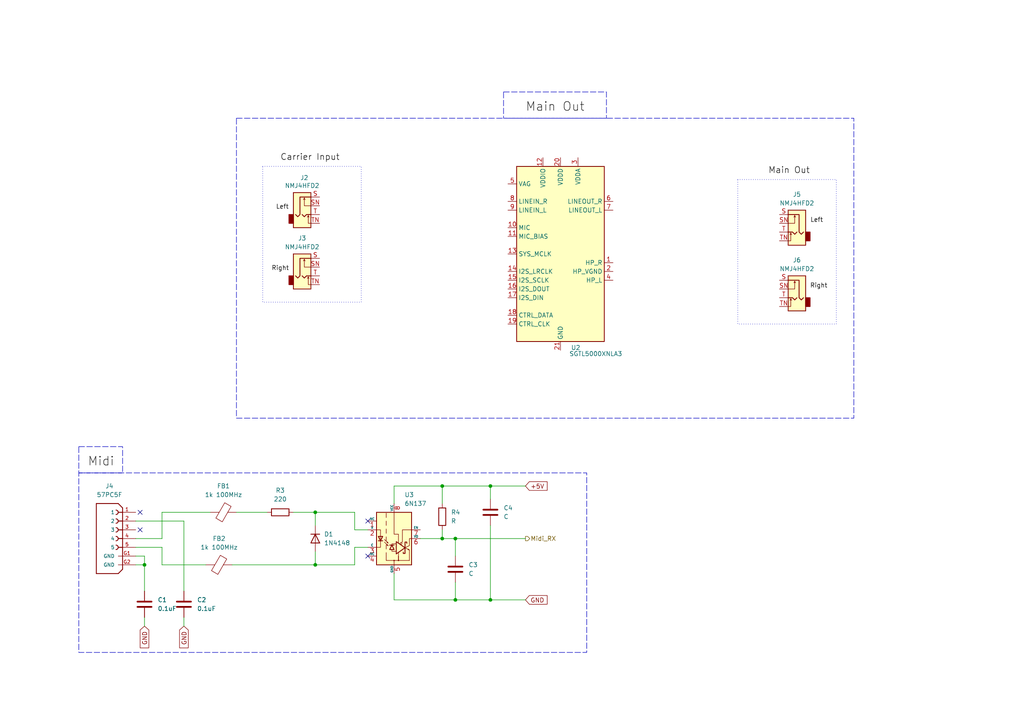
<source format=kicad_sch>
(kicad_sch (version 20250114) (generator "eeschema") (generator_version "9.0")
  (paper "A4")
  (title_block (date "2025-04-03") (rev "0.1") (company "Sounds Like Tim"))
  (lib_symbols
    (symbol "Audio:SGTL5000XNLA3"
      (property "Reference" "U" (at 0 0 0))
      (property "Value" "SGTL5000XNLA3" (at -5.08 -27.94 0))
      (symbol "SGTL5000XNLA3_0_1"
        (rectangle (start -12.7 25.4) (end 12.7 -25.4) (stroke (width 0.254)) (fill (type background)))
      )
      (symbol "SGTL5000XNLA3_1_1"
        (pin passive line (at -15.24 20.32 0) (length 2.54) (name "VAG") (number "5"))
        (pin input line (at -15.24 15.24 0) (length 2.54) (name "LINEIN_R") (number "8"))
        (pin input line (at -15.24 12.7 0) (length 2.54) (name "LINEIN_L") (number "9"))
        (pin input line (at -15.24 7.62 0) (length 2.54) (name "MIC") (number "10"))
        (pin input line (at -15.24 5.08 0) (length 2.54) (name "MIC_BIAS") (number "11"))
        (pin input line (at -15.24 0 0) (length 2.54) (name "SYS_MCLK") (number "13"))
        (pin input line (at -15.24 -5.08 0) (length 2.54) (name "I2S_LRCLK") (number "14"))
        (pin input line (at -15.24 -7.62 0) (length 2.54) (name "I2S_SCLK") (number "15"))
        (pin output line (at -15.24 -10.16 0) (length 2.54) (name "I2S_DOUT") (number "16"))
        (pin input line (at -15.24 -12.7 0) (length 2.54) (name "I2S_DIN") (number "17"))
        (pin input line (at -15.24 -17.78 0) (length 2.54) (name "CTRL_DATA") (number "18"))
        (pin input line (at -15.24 -20.32 0) (length 2.54) (name "CTRL_CLK") (number "19"))
        (pin power_in line (at -5.08 27.94 270) (length 2.54) (name "VDDIO") (number "12"))
        (pin power_in line (at 0 27.94 270) (length 2.54) (name "VDDD") (number "20"))
        (pin power_in line (at 0 -27.94 90) (length 2.54) (name "GND") (number "21"))
        (pin power_in line (at 5.08 27.94 270) (length 2.54) (name "VDDA") (number "3"))
        (pin output line (at 15.24 15.24 180) (length 2.54) (name "LINEOUT_R") (number "6"))
        (pin output line (at 15.24 12.7 180) (length 2.54) (name "LINEOUT_L") (number "7"))
        (pin output line (at 15.24 -2.54 180) (length 2.54) (name "HP_R") (number "1"))
        (pin power_out line (at 15.24 -5.08 180) (length 2.54) (name "HP_VGND") (number "2"))
        (pin output line (at 15.24 -7.62 180) (length 2.54) (name "HP_L") (number "4"))
      )
    )
    (symbol "Connector_Audio:NMJ4HFD2"
      (property "Reference" "J" (at 0 11.43 0))
      (property "Value" "NMJ4HFD2" (at 0 8.89 0))
      (symbol "NMJ4HFD2_0_1"
        (rectangle (start -2.54 0) (end -3.81 -2.54) (stroke (width 0.254)) (fill (type outline)))
        (rectangle (start 2.54 6.35) (end -2.54 -3.81) (stroke (width 0.254)) (fill (type background)))
      )
      (symbol "NMJ4HFD2_1_1"
        (polyline (pts (xy 0 0) (xy 0.635 -0.635) (xy 1.27 0) (xy 2.54 0)) (stroke (width 0.254)))
        (polyline (pts (xy 0.635 4.826) (xy 0.889 4.318)))
        (polyline (pts (xy 1.778 -0.254) (xy 2.032 -0.762)))
        (polyline (pts (xy 2.54 5.08) (xy -0.635 5.08) (xy -0.635 0) (xy -1.27 -0.635) (xy -1.905 0)) (stroke (width 0.254)))
        (polyline (pts (xy 2.54 2.54) (xy 0.635 2.54) (xy 0.635 4.826) (xy 0.381 4.318)))
        (polyline (pts (xy 2.54 -2.54) (xy 1.778 -2.54) (xy 1.778 -0.254) (xy 1.524 -0.762)))
        (pin passive line (at 5.08 5.08 180) (length 2.54) (name "~") (number "S"))
        (pin passive line (at 5.08 2.54 180) (length 2.54) (name "~") (number "SN"))
        (pin passive line (at 5.08 0 180) (length 2.54) (name "~") (number "T"))
        (pin passive line (at 5.08 -2.54 180) (length 2.54) (name "~") (number "TN"))
      )
    )
    (symbol "Device:C" (pin_numbers (hide yes)) (pin_names (offset 0.254))
      (property "Reference" "C" (at 0.635 2.54 0))
      (property "Value" "C" (at 0.635 -2.54 0))
      (symbol "C_0_1"
        (polyline (pts (xy -2.032 0.762) (xy 2.032 0.762)) (stroke (width 0.508)))
        (polyline (pts (xy -2.032 -0.762) (xy 2.032 -0.762)) (stroke (width 0.508)))
      )
      (symbol "C_1_1"
        (pin passive line (at 0 3.81 270) (length 2.794) (name "~") (number "1"))
        (pin passive line (at 0 -3.81 90) (length 2.794) (name "~") (number "2"))
      )
    )
    (symbol "Device:FerriteBead" (pin_numbers (hide yes)) (pin_names (offset 0))
      (property "Reference" "FB" (at -3.81 0.635 90))
      (property "Value" "FerriteBead" (at 3.81 0 90))
      (symbol "FerriteBead_0_1"
        (polyline (pts (xy -2.7686 0.4064) (xy -1.7018 2.2606) (xy 2.7686 -0.3048) (xy 1.6764 -2.159) (xy -2.7686 0.4064)))
        (polyline (pts (xy 0 1.27) (xy 0 1.2954)))
        (polyline (pts (xy 0 -1.27) (xy 0 -1.2192)))
      )
      (symbol "FerriteBead_1_1"
        (pin passive line (at 0 3.81 270) (length 2.54) (name "~") (number "1"))
        (pin passive line (at 0 -3.81 90) (length 2.54) (name "~") (number "2"))
      )
    )
    (symbol "Device:R" (pin_numbers (hide yes)) (pin_names (offset 0))
      (property "Reference" "R" (at 2.032 0 90))
      (property "Value" "R" (at 0 0 90))
      (symbol "R_0_1"
        (rectangle (start -1.016 -2.54) (end 1.016 2.54) (stroke (width 0.254)))
      )
      (symbol "R_1_1"
        (pin passive line (at 0 3.81 270) (length 1.27) (name "~") (number "1"))
        (pin passive line (at 0 -3.81 90) (length 1.27) (name "~") (number "2"))
      )
    )
    (symbol "Diode:1N4148" (pin_numbers (hide yes)) (pin_names (hide yes))
      (property "Reference" "D" (at 0 2.54 0))
      (property "Value" "1N4148" (at 0 -2.54 0))
      (symbol "1N4148_0_1"
        (polyline (pts (xy -1.27 1.27) (xy -1.27 -1.27)) (stroke (width 0.254)))
        (polyline (pts (xy 1.27 1.27) (xy 1.27 -1.27) (xy -1.27 0) (xy 1.27 1.27)) (stroke (width 0.254)))
        (polyline (pts (xy 1.27 0) (xy -1.27 0)))
      )
      (symbol "1N4148_1_1"
        (pin passive line (at -3.81 0 0) (length 2.54) (name "K") (number "1"))
        (pin passive line (at 3.81 0 180) (length 2.54) (name "A") (number "2"))
      )
    )
    (symbol "Isolator:6N137" (pin_names (offset 0))
      (property "Reference" "U" (at -4.064 8.89 0))
      (property "Value" "6N137" (at 0 -8.89 0))
      (symbol "6N137_0_1"
        (polyline (pts (xy -5.08 -2.54) (xy -3.937 -2.54) (xy -3.937 2.54) (xy -5.08 2.54)))
        (polyline (pts (xy -2.794 -0.254) (xy -1.717 -1.331) (xy -2.076 -1.152) (xy -1.896 -0.972) (xy -1.717 -1.331)))
        (polyline (pts (xy -2.794 -1.016) (xy -1.717 -2.093) (xy -2.076 -1.914) (xy -1.896 -1.734) (xy -1.717 -2.093)))
        (polyline (pts (xy 0 -6.35) (xy -2.286 -6.35) (xy -2.286 -4.064)))
        (polyline (pts (xy 1.27 -5.08) (xy 1.27 -6.35) (xy 0 -6.35) (xy 0 -7.62)))
        (polyline (pts (xy 3.175 -2.667) (xy 0.635 -4.445) (xy 0.635 -0.889) (xy 3.175 -2.667)) (stroke (width 0.254)))
      )
      (symbol "6N137_1_1"
        (rectangle (start -5.08 7.62) (end 5.08 -7.62) (stroke (width 0.254)) (fill (type background)))
        (polyline (pts (xy -4.572 -0.635) (xy -3.302 -0.635)) (stroke (width 0.254)))
        (polyline (pts (xy -3.937 -0.635) (xy -4.572 0.635) (xy -3.302 0.635) (xy -3.937 -0.635)) (stroke (width 0.254)))
        (polyline (pts (xy -2.286 7.366) (xy -2.286 6.096)))
        (polyline (pts (xy -2.286 5.08) (xy -2.286 3.81)))
        (polyline (pts (xy -2.286 2.794) (xy -2.286 1.524)))
        (polyline (pts (xy -2.286 0.508) (xy -2.286 -0.762)))
        (polyline (pts (xy -2.286 -1.778) (xy -2.286 -3.048)))
        (polyline (pts (xy -1.27 -1.905) (xy 0 -1.905)) (stroke (width 0.254)))
        (polyline (pts (xy -0.635 -1.905) (xy -0.635 -1.524) (xy 0.508 -1.524)))
        (polyline (pts (xy -0.635 -1.905) (xy -1.27 -3.175) (xy 0 -3.175) (xy -0.635 -1.905)) (stroke (width 0.254)))
        (polyline (pts (xy -0.635 -3.302) (xy -0.635 -3.683) (xy 0.635 -3.683)))
        (circle (center 0 -6.35) (radius 0.127) (fill (type outline)))
        (polyline (pts (xy 1.27 -1.27) (xy 1.27 1.27) (xy 0 1.27) (xy 0 7.62)))
        (polyline (pts (xy 1.27 -4.064) (xy 1.27 -6.35) (xy 4.445 -6.35)))
        (circle (center 1.27 -6.35) (radius 0.127) (fill (type outline)))
        (circle (center 2.032 -1.397) (radius 0.254))
        (polyline (pts (xy 2.1844 -1.1684) (xy 2.413 -0.889) (xy 2.413 2.54) (xy 5.08 2.54)))
        (polyline (pts (xy 3.175 -2.667) (xy 4.445 -3.302) (xy 4.445 -6.35)))
        (polyline (pts (xy 3.175 -2.667) (xy 3.175 -1.016) (xy 3.683 -1.016) (xy 3.683 -1.397)) (stroke (width 0.254)))
        (polyline (pts (xy 3.175 -2.667) (xy 3.175 -4.318) (xy 2.667 -4.318) (xy 2.667 -3.937)) (stroke (width 0.254)))
        (polyline (pts (xy 3.175 -2.667) (xy 4.445 -2.032) (xy 4.445 0) (xy 5.08 0)))
        (polyline (pts (xy 4.445 -3.302) (xy 4.161 -3.018) (xy 4.047 -3.246) (xy 4.445 -3.302)) (stroke (width 0.127)) (fill (type outline)))
        (pin passive line (at -7.62 5.08 0) (length 2.54) (name "NC") (number "1"))
        (pin passive line (at -7.62 2.54 0) (length 2.54) (name "A") (number "2"))
        (pin passive line (at -7.62 -2.54 0) (length 2.54) (name "C") (number "3"))
        (pin passive line (at -7.62 -5.08 0) (length 2.54) (name "NC") (number "4"))
        (pin power_in line (at 0 10.16 270) (length 2.54) (name "VCC") (number "8"))
        (pin power_in line (at 0 -10.16 90) (length 2.54) (name "GND") (number "5"))
        (pin input line (at 7.62 2.54 180) (length 2.54) (name "EN") (number "7"))
        (pin open_collector line (at 7.62 0 180) (length 2.54) (name "VO") (number "6"))
      )
    )
    (symbol "Midi_connector:57PC5F" (pin_names (offset 1.016))
      (property "Reference" "J4" (at -3.81 15.24 0))
      (property "Value" "57PC5F" (at -3.81 12.7 0))
      (symbol "57PC5F_0_0"
        (polyline (pts (xy -7.62 10.16) (xy -1.27 10.16)) (stroke (width 0.254)))
        (polyline (pts (xy -7.62 -10.16) (xy -7.62 10.16)) (stroke (width 0.254)))
        (arc (start -1.905 8.255) (mid -1.2727 7.62) (end -1.905 6.985) (stroke (width 0.254)))
        (arc (start -1.905 5.715) (mid -1.2727 5.08) (end -1.905 4.445) (stroke (width 0.254)))
        (arc (start -1.905 3.175) (mid -1.2727 2.54) (end -1.905 1.905) (stroke (width 0.254)))
        (arc (start -1.905 0.635) (mid -1.2727 0) (end -1.905 -0.635) (stroke (width 0.254)))
        (arc (start -1.905 -1.905) (mid -1.2727 -2.54) (end -1.905 -3.175) (stroke (width 0.254)))
        (polyline (pts (xy -1.27 -10.16) (xy -7.62 -10.16)) (stroke (width 0.254)))
        (polyline (pts (xy 0 8.89) (xy -1.27 10.16)) (stroke (width 0.254)))
        (polyline (pts (xy 0 8.89) (xy 0 7.62)) (stroke (width 0.254)))
        (polyline (pts (xy 0 7.62) (xy -1.27 7.62)) (stroke (width 0.254)))
        (polyline (pts (xy 0 7.62) (xy 0 -8.89)) (stroke (width 0.254)))
        (polyline (pts (xy 0 5.08) (xy -1.27 5.08)) (stroke (width 0.254)))
        (polyline (pts (xy 0 2.54) (xy -1.27 2.54)) (stroke (width 0.254)))
        (polyline (pts (xy 0 0) (xy -1.27 0)) (stroke (width 0.254)))
        (polyline (pts (xy 0 -2.54) (xy -1.27 -2.54)) (stroke (width 0.254)))
        (polyline (pts (xy 0 -8.89) (xy -1.27 -10.16)) (stroke (width 0.254)))
        (pin passive line (at 3.81 7.62 180) (length 5.08) (name "1") (number "1"))
        (pin passive line (at 3.81 5.08 180) (length 5.08) (name "2") (number "2"))
        (pin passive line (at 3.81 2.54 180) (length 5.08) (name "3") (number "3"))
        (pin passive line (at 3.81 0 180) (length 5.08) (name "4") (number "4"))
        (pin passive line (at 3.81 -2.54 180) (length 5.08) (name "5") (number "5"))
        (pin power_in line (at 3.81 -5.08 180) (length 5.08) (name "GND") (number "G1"))
        (pin power_in line (at 3.81 -7.62 180) (length 5.08) (name "GND") (number "G2"))
      )
    )
  )
  (rectangle (start 146.05 26.67) (end 175.895 34.29) (stroke (width 0) (type dash)))
  (rectangle (start 76.2 48.26) (end 104.775 87.63) (stroke (width 0) (type dot)))
  (rectangle (start 213.995 52.07) (end 242.57 93.98) (stroke (width 0) (type dot)))
  (rectangle (start 68.58 34.29) (end 247.65 121.285) (stroke (width 0) (type dash)))
  (rectangle (start 22.86 129.54) (end 35.56 137.16) (stroke (width 0) (type dash)))
  (rectangle (start 22.86 137.16) (end 170.18 189.23) (stroke (width 0) (type dash)))
  (junction (at 142.24 173.99))
  (junction (at 142.24 140.97))
  (junction (at 41.91 163.83))
  (junction (at 91.44 148.59))
  (junction (at 128.27 140.97))
  (junction (at 91.44 163.83))
  (junction (at 128.27 156.21))
  (junction (at 132.08 156.21))
  (junction (at 132.08 173.99))
  (no_connect (at 40.64 153.67))
  (no_connect (at 40.64 148.59))
  (no_connect (at 106.68 151.13))
  (no_connect (at 106.68 161.29))
  (wire (pts (xy 102.87 163.83) (xy 102.87 158.75)))
  (wire (pts (xy 91.44 163.83) (xy 102.87 163.83)))
  (wire (pts (xy 132.08 173.99) (xy 114.3 173.99)))
  (wire (pts (xy 142.24 173.99) (xy 132.08 173.99)))
  (wire (pts (xy 142.24 140.97) (xy 152.4 140.97)))
  (wire (pts (xy 39.37 163.83) (xy 41.91 163.83)))
  (wire (pts (xy 128.27 140.97) (xy 142.24 140.97)))
  (wire (pts (xy 39.37 158.75) (xy 46.99 158.75)))
  (wire (pts (xy 46.99 158.75) (xy 46.99 163.83)))
  (wire (pts (xy 132.08 156.21) (xy 152.4 156.21)))
  (wire (pts (xy 46.99 156.21) (xy 46.99 148.59)))
  (wire (pts (xy 91.44 163.83) (xy 67.31 163.83)))
  (wire (pts (xy 114.3 173.99) (xy 114.3 166.37)))
  (wire (pts (xy 91.44 148.59) (xy 91.44 152.4)))
  (wire (pts (xy 132.08 156.21) (xy 132.08 161.29)))
  (wire (pts (xy 102.87 153.67) (xy 106.68 153.67)))
  (wire (pts (xy 53.34 179.07) (xy 53.34 181.61)))
  (wire (pts (xy 114.3 140.97) (xy 128.27 140.97)))
  (wire (pts (xy 39.37 161.29) (xy 41.91 161.29)))
  (wire (pts (xy 41.91 179.07) (xy 41.91 181.61)))
  (wire (pts (xy 46.99 163.83) (xy 59.69 163.83)))
  (wire (pts (xy 132.08 168.91) (xy 132.08 173.99)))
  (wire (pts (xy 39.37 156.21) (xy 46.99 156.21)))
  (wire (pts (xy 91.44 148.59) (xy 102.87 148.59)))
  (wire (pts (xy 102.87 158.75) (xy 106.68 158.75)))
  (wire (pts (xy 85.09 148.59) (xy 91.44 148.59)))
  (wire (pts (xy 114.3 140.97) (xy 114.3 146.05)))
  (wire (pts (xy 121.92 156.21) (xy 128.27 156.21)))
  (wire (pts (xy 53.34 151.13) (xy 53.34 171.45)))
  (wire (pts (xy 128.27 153.67) (xy 128.27 156.21)))
  (wire (pts (xy 68.58 148.59) (xy 77.47 148.59)))
  (wire (pts (xy 142.24 152.4) (xy 142.24 173.99)))
  (wire (pts (xy 46.99 148.59) (xy 60.96 148.59)))
  (wire (pts (xy 39.37 151.13) (xy 53.34 151.13)))
  (wire (pts (xy 128.27 156.21) (xy 132.08 156.21)))
  (wire (pts (xy 142.24 140.97) (xy 142.24 144.78)))
  (wire (pts (xy 91.44 160.02) (xy 91.44 163.83)))
  (wire (pts (xy 128.27 140.97) (xy 128.27 146.05)))
  (wire (pts (xy 102.87 148.59) (xy 102.87 153.67)))
  (wire (pts (xy 41.91 161.29) (xy 41.91 163.83)))
  (wire (pts (xy 41.91 163.83) (xy 41.91 171.45)))
  (wire (pts (xy 152.4 173.99) (xy 142.24 173.99)))
  (label "Right" (at 240.03 83.82 180))
  (label "Left" (at 238.76 64.77 180))
  (label "Main Out" (at 152.4 33.02 0) (effects (font (size 2.54 2.54))))
  (label "Right" (at 78.74 78.74 0))
  (label "Carrier Input" (at 81.28 46.99 0) (effects (font (size 1.778 1.778))))
  (label "Midi" (at 25.4 135.89 0) (effects (font (size 2.54 2.54))))
  (label "Main Out" (at 234.95 50.8 180) (effects (font (size 1.778 1.778))))
  (label "Left" (at 80.01 60.96 0))
  (global_label "GND" (shape input) (at 53.34 181.61 270) (property "Intersheetrefs" "${INTERSHEET_REFS}" (effects (hide yes))))
  (global_label "GND" (shape input) (at 152.4 173.99 0) (property "Intersheetrefs" "${INTERSHEET_REFS}" (effects (hide yes))))
  (global_label "GND" (shape input) (at 41.91 181.61 270) (property "Intersheetrefs" "${INTERSHEET_REFS}" (effects (hide yes))))
  (global_label "+5V" (shape input) (at 152.4 140.97 0) (property "Intersheetrefs" "${INTERSHEET_REFS}" (effects (hide yes))))
  (hierarchical_label "Midi_RX" (shape output) (at 152.4 156.21 0))
  (symbol (lib_id "Midi_connector:57PC5F") (at 35.56 156.21 0) (unit 1)
    (property "Reference" "J4" (at 31.75 140.97 0))
    (property "Value" "57PC5F" (at 31.75 143.51 0))
    (property "Footprint" "Midi_Connector:SWITCHCRAFT_57PC5F" (effects (hide yes)))
    (property "MF" "Switchcraft Inc." (effects (hide yes)))
    (property "MAXIMUM_PACKAGE_HEIGHT" "21mm" (effects (hide yes)))
    (property "Package" "None" (effects (hide yes)))
    (property "Price" "None" (effects (hide yes)))
    (property "Check_prices" "https://www.snapeda.com/parts/57PC5F/SWITCHCRAFT/view-part/?ref=eda" (effects (hide yes)))
    (property "STANDARD" "a" (effects (hide yes)))
    (property "PARTREV" "D" (effects (hide yes)))
    (property "SnapEDA_Link" "https://www.snapeda.com/parts/57PC5F/SWITCHCRAFT/view-part/?ref=snap" (effects (hide yes)))
    (property "MP" "57PC5F" (effects (hide yes)))
    (property "Description_1" "\n                        \n                            DIN Receptacle Receptacle 5 Female PCB Mount | Switchcraft 57PC5F\n                        \n" (effects (hide yes)))
    (property "Availability" "In Stock" (effects (hide yes)))
    (property "MANUFACTURER" "Switchcraft" (effects (hide yes)))
  )
  (symbol (lib_id "Diode:1N4148") (at 91.44 156.21 270) (unit 1)
    (property "Reference" "D1" (at 93.98 154.9399 90) (effects (justify left)))
    (property "Value" "1N4148" (at 93.98 157.4799 90) (effects (justify left)))
    (property "Footprint" "Diode_THT:D_DO-35_SOD27_P7.62mm_Horizontal" (effects (hide yes)))
    (property "Datasheet" "https://assets.nexperia.com/documents/data-sheet/1N4148_1N4448.pdf" (effects (hide yes)))
    (property "Description" "100V 0.15A standard switching diode, DO-35" (effects (hide yes)))
    (property "Sim.Device" "D" (effects (hide yes)))
    (property "Sim.Pins" "1=K 2=A" (effects (hide yes)))
  )
  (symbol (lib_id "Connector_Audio:NMJ4HFD2") (at 87.63 80.01 0) (unit 1)
    (property "Reference" "J3" (at 87.63 69.088 0))
    (property "Value" "NMJ4HFD2" (at 87.63 71.628 0))
    (property "Footprint" "Connector_Audio:Jack_6.35mm_Neutrik_NMJ4HFD2_Horizontal" (effects (hide yes)))
    (property "Datasheet" "https://www.neutrik.com/en/product/nmj4hfd2" (effects (hide yes)))
    (property "Description" "M Series, 6.35mm (1/4in) mono jack, switched, with full threaded nose and straight PCB pins" (effects (hide yes)))
  )
  (symbol (lib_id "Connector_Audio:NMJ4HFD2") (at 87.63 62.23 0) (unit 1)
    (property "Reference" "J2" (at 88.265 51.562 0))
    (property "Value" "NMJ4HFD2" (at 87.63 53.848 0))
    (property "Footprint" "Connector_Audio:Jack_6.35mm_Neutrik_NMJ4HFD2_Horizontal" (effects (hide yes)))
    (property "Datasheet" "https://www.neutrik.com/en/product/nmj4hfd2" (effects (hide yes)))
    (property "Description" "M Series, 6.35mm (1/4in) mono jack, switched, with full threaded nose and straight PCB pins" (effects (hide yes)))
  )
  (symbol (lib_id "Device:R") (at 128.27 149.86 180) (unit 1)
    (property "Reference" "R4" (at 130.81 148.5899 0) (effects (justify right)))
    (property "Value" "R" (at 130.81 151.1299 0) (effects (justify right)))
    (property "Description" "Resistor" (effects (hide yes)))
  )
  (symbol (lib_id "Device:FerriteBead") (at 63.5 163.83 270) (unit 1)
    (property "Reference" "FB2" (at 63.5508 156.21 90))
    (property "Value" "1k 100MHz" (at 63.5508 158.75 90))
    (property "Description" "Ferrite bead" (effects (hide yes)))
  )
  (symbol (lib_id "Isolator:6N137") (at 114.3 156.21 0) (unit 1)
    (property "Reference" "U3" (at 117.3165 143.51 0) (effects (justify left)))
    (property "Value" "6N137" (at 117.3165 146.05 0) (effects (justify left)))
    (property "Footprint" "Package_DIP:DIP-8_W7.62mm" (effects (hide yes)))
    (property "Datasheet" "https://docs.broadcom.com/docs/AV02-0940EN" (effects (hide yes)))
    (property "Description" "Single High Speed LSTTL/TTL Compatible Optocoupler with enable, dV/dt 1000/us, VCM 10, max 7V VCC, DIP-8" (effects (hide yes)))
  )
  (symbol (lib_id "Connector_Audio:NMJ4HFD2") (at 231.14 86.36 0) (mirror y) (unit 1)
    (property "Reference" "J6" (at 231.14 75.438 0))
    (property "Value" "NMJ4HFD2" (at 231.14 77.978 0))
    (property "Footprint" "Connector_Audio:Jack_6.35mm_Neutrik_NMJ4HFD2_Horizontal" (effects (hide yes)))
    (property "Datasheet" "https://www.neutrik.com/en/product/nmj4hfd2" (effects (hide yes)))
    (property "Description" "M Series, 6.35mm (1/4in) mono jack, switched, with full threaded nose and straight PCB pins" (effects (hide yes)))
  )
  (symbol (lib_id "Device:C") (at 142.24 148.59 0) (unit 1)
    (property "Reference" "C4" (at 146.05 147.3199 0) (effects (justify left)))
    (property "Value" "C" (at 146.05 149.8599 0) (effects (justify left)))
    (property "Description" "Unpolarized capacitor" (effects (hide yes)))
  )
  (symbol (lib_id "Device:C") (at 132.08 165.1 0) (unit 1)
    (property "Reference" "C3" (at 135.89 163.8299 0) (effects (justify left)))
    (property "Value" "C" (at 135.89 166.3699 0) (effects (justify left)))
    (property "Description" "Unpolarized capacitor" (effects (hide yes)))
  )
  (symbol (lib_id "Connector_Audio:NMJ4HFD2") (at 231.14 67.31 0) (mirror y) (unit 1)
    (property "Reference" "J5" (at 231.14 56.388 0))
    (property "Value" "NMJ4HFD2" (at 231.14 58.928 0))
    (property "Footprint" "Connector_Audio:Jack_6.35mm_Neutrik_NMJ4HFD2_Horizontal" (effects (hide yes)))
    (property "Datasheet" "https://www.neutrik.com/en/product/nmj4hfd2" (effects (hide yes)))
    (property "Description" "M Series, 6.35mm (1/4in) mono jack, switched, with full threaded nose and straight PCB pins" (effects (hide yes)))
  )
  (symbol (lib_id "Device:C") (at 41.91 175.26 0) (unit 1)
    (property "Reference" "C1" (at 45.72 173.9899 0) (effects (justify left)))
    (property "Value" "0.1uF" (at 45.72 176.5299 0) (effects (justify left)))
    (property "Description" "Unpolarized capacitor" (effects (hide yes)))
  )
  (symbol (lib_id "Device:R") (at 81.28 148.59 90) (unit 1)
    (property "Reference" "R3" (at 81.28 142.24 90))
    (property "Value" "220" (at 81.28 144.78 90))
    (property "Description" "Resistor" (effects (hide yes)))
  )
  (symbol (lib_id "Device:FerriteBead") (at 64.77 148.59 270) (unit 1)
    (property "Reference" "FB1" (at 64.8208 140.97 90))
    (property "Value" "1k 100MHz" (at 64.8208 143.51 90))
    (property "Description" "Ferrite bead" (effects (hide yes)))
  )
  (symbol (lib_id "Device:C") (at 53.34 175.26 0) (unit 1)
    (property "Reference" "C2" (at 57.15 173.9899 0) (effects (justify left)))
    (property "Value" "0.1uF" (at 57.15 176.5299 0) (effects (justify left)))
    (property "Description" "Unpolarized capacitor" (effects (hide yes)))
  )
  (symbol (lib_id "Audio:SGTL5000XNLA3") (at 162.56 73.66 0) (unit 1)
    (property "Reference" "U2" (at 165.608 100.838 0) (effects (justify left)))
    (property "Value" "SGTL5000XNLA3" (at 165.1 102.616 0) (effects (justify left)))
    (property "Footprint" "Package_DFN_QFN:QFN-20-1EP_3x3mm_P0.4mm_EP1.65x1.65mm" (effects (hide yes)))
    (property "Datasheet" "https://www.nxp.com/docs/en/data-sheet/SGTL5000.pdf" (effects (hide yes)))
    (property "Description" "Low Power Stereo Codec with Headphone Amp, QFN-20" (effects (hide yes)))
  )
)
</source>
